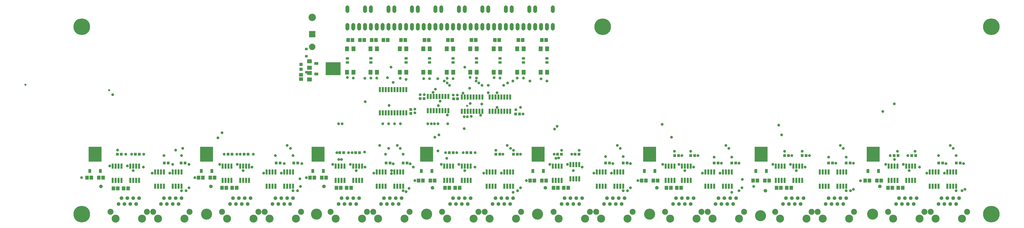
<source format=gbr>
G04 EAGLE Gerber RS-274X export*
G75*
%MOMM*%
%FSLAX34Y34*%
%LPD*%
%INSoldermask Top*%
%IPPOS*%
%AMOC8*
5,1,8,0,0,1.08239X$1,22.5*%
G01*
G04 Define Apertures*
%ADD10C,7.188200*%
%ADD11C,4.775200*%
%ADD12C,1.611200*%
%ADD13C,3.454400*%
%ADD14C,2.603200*%
%ADD15R,1.303200X1.203200*%
%ADD16C,1.727200*%
%ADD17R,1.403200X1.003200*%
%ADD18R,1.503200X1.703200*%
%ADD19R,1.803200X2.003200*%
%ADD20P,2.96921X8X292.5*%
%ADD21R,2.743200X2.743200*%
%ADD22C,3.203200*%
%ADD23R,0.863600X2.235200*%
%ADD24R,1.203200X1.303200*%
%ADD25R,5.603200X6.403200*%
%ADD26R,1.203200X1.803200*%
%ADD27R,6.403200X5.603200*%
%ADD28R,1.803200X1.203200*%
%ADD29R,1.153200X1.103200*%
%ADD30R,1.403200X1.403200*%
%ADD31R,1.703200X1.503200*%
%ADD32R,2.003200X1.803200*%
%ADD33C,1.209600*%
%ADD34C,1.553200*%
%ADD35C,0.959600*%
D10*
X4032250Y95250D03*
X95250Y908050D03*
X4032250Y908050D03*
X2349500Y908050D03*
X95250Y95250D03*
D11*
X635000Y95250D03*
X1111250Y95250D03*
X1587500Y95250D03*
X2067560Y95250D03*
X2552700Y95250D03*
X3032760Y88900D03*
X3517900Y95250D03*
D12*
X292100Y165100D03*
X279400Y139700D03*
X266700Y165100D03*
X304800Y139700D03*
X254000Y139700D03*
X317500Y165100D03*
X330200Y139700D03*
X342900Y165100D03*
D13*
X241300Y76200D03*
X355600Y76200D03*
D14*
X219700Y105700D03*
X377200Y105700D03*
D15*
X266310Y355600D03*
X249310Y355600D03*
D16*
X1244600Y900430D02*
X1244600Y915670D01*
X1270000Y915670D02*
X1270000Y900430D01*
X1295400Y900430D02*
X1295400Y915670D01*
X1320800Y915670D02*
X1320800Y900430D01*
X1320800Y976630D02*
X1320800Y991870D01*
X1244600Y991870D02*
X1244600Y976630D01*
X1447800Y915670D02*
X1447800Y900430D01*
X1473200Y900430D02*
X1473200Y915670D01*
X1498600Y915670D02*
X1498600Y900430D01*
X1524000Y900430D02*
X1524000Y915670D01*
X1524000Y976630D02*
X1524000Y991870D01*
X1447800Y991870D02*
X1447800Y976630D01*
D17*
X1244600Y771000D03*
X1244600Y753000D03*
D18*
X1247800Y850900D03*
X1266800Y850900D03*
D19*
X1243300Y711200D03*
X1271300Y711200D03*
X1243300Y812800D03*
X1271300Y812800D03*
D18*
X1298600Y850900D03*
X1317600Y850900D03*
D17*
X1498600Y771000D03*
X1498600Y753000D03*
D18*
X1495400Y850900D03*
X1476400Y850900D03*
D19*
X1499900Y711200D03*
X1471900Y711200D03*
X1499900Y812800D03*
X1471900Y812800D03*
D15*
X1972700Y529590D03*
X1989700Y529590D03*
X452510Y317500D03*
X469510Y317500D03*
D18*
X276250Y207010D03*
X295250Y207010D03*
X231800Y207010D03*
X250800Y207010D03*
D16*
X1346200Y900430D02*
X1346200Y915670D01*
X1371600Y915670D02*
X1371600Y900430D01*
X1397000Y900430D02*
X1397000Y915670D01*
X1422400Y915670D02*
X1422400Y900430D01*
X1422400Y976630D02*
X1422400Y991870D01*
X1346200Y991870D02*
X1346200Y976630D01*
D17*
X1346200Y771000D03*
X1346200Y753000D03*
D18*
X1349400Y850900D03*
X1368400Y850900D03*
D19*
X1344900Y711200D03*
X1372900Y711200D03*
X1344900Y812800D03*
X1372900Y812800D03*
D18*
X1400200Y850900D03*
X1419200Y850900D03*
D16*
X1549400Y900430D02*
X1549400Y915670D01*
X1574800Y915670D02*
X1574800Y900430D01*
X1600200Y900430D02*
X1600200Y915670D01*
X1625600Y915670D02*
X1625600Y900430D01*
X1625600Y976630D02*
X1625600Y991870D01*
X1549400Y991870D02*
X1549400Y976630D01*
D17*
X1600200Y771000D03*
X1600200Y753000D03*
D18*
X1597000Y850900D03*
X1578000Y850900D03*
D19*
X1601500Y711200D03*
X1573500Y711200D03*
X1601500Y812800D03*
X1573500Y812800D03*
D16*
X1651000Y900430D02*
X1651000Y915670D01*
X1676400Y915670D02*
X1676400Y900430D01*
X1701800Y900430D02*
X1701800Y915670D01*
X1727200Y915670D02*
X1727200Y900430D01*
X1727200Y976630D02*
X1727200Y991870D01*
X1651000Y991870D02*
X1651000Y976630D01*
D17*
X1701800Y771000D03*
X1701800Y753000D03*
D18*
X1698600Y850900D03*
X1679600Y850900D03*
D19*
X1703100Y711200D03*
X1675100Y711200D03*
X1703100Y812800D03*
X1675100Y812800D03*
D16*
X1854200Y900430D02*
X1854200Y915670D01*
X1879600Y915670D02*
X1879600Y900430D01*
X1905000Y900430D02*
X1905000Y915670D01*
X1930400Y915670D02*
X1930400Y900430D01*
X1930400Y976630D02*
X1930400Y991870D01*
X1854200Y991870D02*
X1854200Y976630D01*
D17*
X1905000Y771000D03*
X1905000Y753000D03*
D18*
X1901800Y850900D03*
X1882800Y850900D03*
D19*
X1906300Y711200D03*
X1878300Y711200D03*
X1906300Y812800D03*
X1878300Y812800D03*
D16*
X1955800Y900430D02*
X1955800Y915670D01*
X1981200Y915670D02*
X1981200Y900430D01*
X2006600Y900430D02*
X2006600Y915670D01*
X2032000Y915670D02*
X2032000Y900430D01*
X2032000Y976630D02*
X2032000Y991870D01*
X1955800Y991870D02*
X1955800Y976630D01*
D17*
X2006600Y771000D03*
X2006600Y753000D03*
D18*
X2003400Y850900D03*
X1984400Y850900D03*
D19*
X2007900Y711200D03*
X1979900Y711200D03*
X2007900Y812800D03*
X1979900Y812800D03*
D16*
X1752600Y900430D02*
X1752600Y915670D01*
X1778000Y915670D02*
X1778000Y900430D01*
X1803400Y900430D02*
X1803400Y915670D01*
X1828800Y915670D02*
X1828800Y900430D01*
X1828800Y976630D02*
X1828800Y991870D01*
X1752600Y991870D02*
X1752600Y976630D01*
D17*
X1803400Y771000D03*
X1803400Y753000D03*
D18*
X1800200Y850900D03*
X1781200Y850900D03*
D19*
X1804700Y711200D03*
X1776700Y711200D03*
X1804700Y812800D03*
X1776700Y812800D03*
D16*
X2057400Y900430D02*
X2057400Y915670D01*
X2082800Y915670D02*
X2082800Y900430D01*
X2108200Y900430D02*
X2108200Y915670D01*
X2133600Y915670D02*
X2133600Y900430D01*
X2133600Y976630D02*
X2133600Y991870D01*
X2057400Y991870D02*
X2057400Y976630D01*
D17*
X2108200Y771000D03*
X2108200Y753000D03*
D18*
X2105000Y850900D03*
X2086000Y850900D03*
D19*
X2109500Y711200D03*
X2081500Y711200D03*
X2109500Y812800D03*
X2081500Y812800D03*
D20*
X1092200Y821182D03*
D21*
X1092200Y876300D03*
D22*
X1092200Y949300D03*
D12*
X774700Y165100D03*
X762000Y139700D03*
X749300Y165100D03*
X787400Y139700D03*
X736600Y139700D03*
X800100Y165100D03*
X812800Y139700D03*
X825500Y165100D03*
D13*
X723900Y76200D03*
X838200Y76200D03*
D14*
X702300Y105700D03*
X859800Y105700D03*
D15*
X936380Y317500D03*
X953380Y317500D03*
X1012580Y317500D03*
X1029580Y317500D03*
D18*
X701700Y209550D03*
X720700Y209550D03*
X746150Y209550D03*
X765150Y209550D03*
D12*
X1428750Y165100D03*
X1416050Y139700D03*
X1403350Y165100D03*
X1441450Y139700D03*
X1390650Y139700D03*
X1454150Y165100D03*
X1466850Y139700D03*
X1479550Y165100D03*
D13*
X1377950Y76200D03*
X1492250Y76200D03*
D14*
X1356350Y105700D03*
X1513850Y105700D03*
D12*
X1244600Y165100D03*
X1231900Y139700D03*
X1219200Y165100D03*
X1257300Y139700D03*
X1206500Y139700D03*
X1270000Y165100D03*
X1282700Y139700D03*
X1295400Y165100D03*
D13*
X1193800Y76200D03*
X1308100Y76200D03*
D14*
X1172200Y105700D03*
X1329700Y105700D03*
D15*
X1412630Y317500D03*
X1429630Y317500D03*
X1228970Y361950D03*
X1211970Y361950D03*
D18*
X1197000Y209550D03*
X1216000Y209550D03*
X1241450Y209550D03*
X1260450Y209550D03*
D12*
X1911350Y165100D03*
X1898650Y139700D03*
X1885950Y165100D03*
X1924050Y139700D03*
X1873250Y139700D03*
X1936750Y165100D03*
X1949450Y139700D03*
X1962150Y165100D03*
D13*
X1860550Y76200D03*
X1974850Y76200D03*
D14*
X1838950Y105700D03*
X1996450Y105700D03*
D12*
X1727200Y165100D03*
X1714500Y139700D03*
X1701800Y165100D03*
X1739900Y139700D03*
X1689100Y139700D03*
X1752600Y165100D03*
X1765300Y139700D03*
X1778000Y165100D03*
D13*
X1676400Y76200D03*
X1790700Y76200D03*
D14*
X1654800Y105700D03*
X1812300Y105700D03*
D15*
X1778880Y361950D03*
X1761880Y361950D03*
X1963810Y355600D03*
X1980810Y355600D03*
D18*
X1666900Y209550D03*
X1685900Y209550D03*
X1711350Y209550D03*
X1730350Y209550D03*
D12*
X2393950Y165100D03*
X2381250Y139700D03*
X2368550Y165100D03*
X2406650Y139700D03*
X2355850Y139700D03*
X2419350Y165100D03*
X2432050Y139700D03*
X2444750Y165100D03*
D13*
X2343150Y76200D03*
X2457450Y76200D03*
D14*
X2321550Y105700D03*
X2479050Y105700D03*
D12*
X2209800Y165100D03*
X2197100Y139700D03*
X2184400Y165100D03*
X2222500Y139700D03*
X2171700Y139700D03*
X2235200Y165100D03*
X2247900Y139700D03*
X2260600Y165100D03*
D13*
X2159000Y76200D03*
X2273300Y76200D03*
D14*
X2137400Y105700D03*
X2294900Y105700D03*
D15*
X2247510Y355600D03*
X2230510Y355600D03*
X2362590Y317500D03*
X2379590Y317500D03*
D18*
X2136800Y209550D03*
X2155800Y209550D03*
X2181250Y209550D03*
X2200250Y209550D03*
D12*
X2876550Y165100D03*
X2863850Y139700D03*
X2851150Y165100D03*
X2889250Y139700D03*
X2838450Y139700D03*
X2901950Y165100D03*
X2914650Y139700D03*
X2927350Y165100D03*
D13*
X2825750Y76200D03*
X2940050Y76200D03*
D14*
X2804150Y105700D03*
X2961650Y105700D03*
D12*
X2692400Y165100D03*
X2679700Y139700D03*
X2667000Y165100D03*
X2705100Y139700D03*
X2654300Y139700D03*
X2717800Y165100D03*
X2730500Y139700D03*
X2743200Y165100D03*
D13*
X2641600Y76200D03*
X2755900Y76200D03*
D14*
X2620000Y105700D03*
X2777500Y105700D03*
D15*
X2730890Y349250D03*
X2747890Y349250D03*
X2832490Y317500D03*
X2849490Y317500D03*
D18*
X2625750Y209550D03*
X2644750Y209550D03*
X2670200Y209550D03*
X2689200Y209550D03*
D12*
X3352800Y165100D03*
X3340100Y139700D03*
X3327400Y165100D03*
X3365500Y139700D03*
X3314700Y139700D03*
X3378200Y165100D03*
X3390900Y139700D03*
X3403600Y165100D03*
D13*
X3302000Y76200D03*
X3416300Y76200D03*
D14*
X3280400Y105700D03*
X3437900Y105700D03*
D12*
X3168650Y165100D03*
X3155950Y139700D03*
X3143250Y165100D03*
X3181350Y139700D03*
X3130550Y139700D03*
X3194050Y165100D03*
X3206750Y139700D03*
X3219450Y165100D03*
D13*
X3117850Y76200D03*
X3232150Y76200D03*
D14*
X3096250Y105700D03*
X3253750Y105700D03*
D15*
X3213490Y349250D03*
X3230490Y349250D03*
X3327790Y317500D03*
X3344790Y317500D03*
D18*
X3102000Y209550D03*
X3121000Y209550D03*
X3146450Y209550D03*
X3165450Y209550D03*
D12*
X3841750Y165100D03*
X3829050Y139700D03*
X3816350Y165100D03*
X3854450Y139700D03*
X3803650Y139700D03*
X3867150Y165100D03*
X3879850Y139700D03*
X3892550Y165100D03*
D13*
X3790950Y76200D03*
X3905250Y76200D03*
D14*
X3769350Y105700D03*
X3926850Y105700D03*
D12*
X3657600Y165100D03*
X3644900Y139700D03*
X3632200Y165100D03*
X3670300Y139700D03*
X3619500Y139700D03*
X3683000Y165100D03*
X3695700Y139700D03*
X3708400Y165100D03*
D13*
X3606800Y76200D03*
X3721100Y76200D03*
D14*
X3585200Y105700D03*
X3742700Y105700D03*
D15*
X3704200Y349250D03*
X3687200Y349250D03*
X3804040Y317500D03*
X3821040Y317500D03*
D18*
X3584600Y209550D03*
X3603600Y209550D03*
X3629050Y209550D03*
X3648050Y209550D03*
D23*
X1499870Y635762D03*
X1487170Y635762D03*
X1474470Y635762D03*
X1461770Y635762D03*
X1449070Y635762D03*
X1436370Y635762D03*
X1423670Y635762D03*
X1410970Y635762D03*
X1410970Y535178D03*
X1423670Y535178D03*
X1436370Y535178D03*
X1449070Y535178D03*
X1461770Y535178D03*
X1474470Y535178D03*
X1487170Y535178D03*
X1499870Y535178D03*
X1398270Y635762D03*
X1385570Y635762D03*
X1398270Y535178D03*
X1385570Y535178D03*
D24*
X1518920Y532520D03*
X1518920Y549520D03*
D25*
X152400Y355200D03*
D26*
X129600Y282200D03*
X175200Y282200D03*
D18*
X187300Y254000D03*
X168300Y254000D03*
X117500Y254000D03*
X136500Y254000D03*
D25*
X635000Y355200D03*
D26*
X612200Y282200D03*
X657800Y282200D03*
D18*
X669900Y254000D03*
X650900Y254000D03*
X600100Y254000D03*
X619100Y254000D03*
D25*
X1117600Y355200D03*
D26*
X1094800Y282200D03*
X1140400Y282200D03*
D18*
X1152500Y254000D03*
X1133500Y254000D03*
X1082700Y254000D03*
X1101700Y254000D03*
D25*
X1587500Y355200D03*
D26*
X1564700Y282200D03*
X1610300Y282200D03*
D18*
X1622400Y241300D03*
X1603400Y241300D03*
X1552600Y241300D03*
X1571600Y241300D03*
D25*
X2070100Y355200D03*
D26*
X2047300Y282200D03*
X2092900Y282200D03*
D18*
X2105000Y241300D03*
X2086000Y241300D03*
X2035200Y241300D03*
X2054200Y241300D03*
D25*
X2552700Y355200D03*
D26*
X2529900Y282200D03*
X2575500Y282200D03*
D18*
X2587600Y241300D03*
X2568600Y241300D03*
X2517800Y241300D03*
X2536800Y241300D03*
D25*
X3035300Y355200D03*
D26*
X3012500Y282200D03*
X3058100Y282200D03*
D18*
X3070200Y241300D03*
X3051200Y241300D03*
X3000400Y241300D03*
X3019400Y241300D03*
D25*
X3520440Y355200D03*
D26*
X3497640Y282200D03*
X3543240Y282200D03*
D18*
X3555340Y241300D03*
X3536340Y241300D03*
X3485540Y241300D03*
X3504540Y241300D03*
D27*
X1183240Y726440D03*
D28*
X1110240Y749240D03*
X1110240Y703640D03*
D12*
X476250Y165100D03*
X463550Y139700D03*
X450850Y165100D03*
X488950Y139700D03*
X438150Y139700D03*
X501650Y165100D03*
X514350Y139700D03*
X527050Y165100D03*
D13*
X425450Y76200D03*
X539750Y76200D03*
D14*
X403850Y105700D03*
X561350Y105700D03*
D15*
X524900Y317500D03*
X541900Y317500D03*
D23*
X450850Y278384D03*
X450850Y216916D03*
X438150Y278384D03*
X425450Y278384D03*
X438150Y216916D03*
X425450Y216916D03*
X412750Y278384D03*
X412750Y216916D03*
X527050Y278384D03*
X527050Y216916D03*
X514350Y278384D03*
X501650Y278384D03*
X514350Y216916D03*
X501650Y216916D03*
X488950Y278384D03*
X488950Y216916D03*
X342900Y303784D03*
X342900Y242316D03*
X330200Y303784D03*
X317500Y303784D03*
X330200Y242316D03*
X317500Y242316D03*
X304800Y303784D03*
X304800Y242316D03*
X266700Y303784D03*
X266700Y242316D03*
X254000Y303784D03*
X241300Y303784D03*
X254000Y242316D03*
X241300Y242316D03*
X228600Y303784D03*
X228600Y242316D03*
D15*
X343780Y355600D03*
X326780Y355600D03*
D12*
X958850Y165100D03*
X946150Y139700D03*
X933450Y165100D03*
X971550Y139700D03*
X920750Y139700D03*
X984250Y165100D03*
X996950Y139700D03*
X1009650Y165100D03*
D13*
X908050Y76200D03*
X1022350Y76200D03*
D14*
X886450Y105700D03*
X1043950Y105700D03*
D23*
X933450Y278384D03*
X933450Y216916D03*
X920750Y278384D03*
X908050Y278384D03*
X920750Y216916D03*
X908050Y216916D03*
X895350Y278384D03*
X895350Y216916D03*
X1009650Y278384D03*
X1009650Y216916D03*
X996950Y278384D03*
X984250Y278384D03*
X996950Y216916D03*
X984250Y216916D03*
X971550Y278384D03*
X971550Y216916D03*
X819150Y303784D03*
X819150Y242316D03*
X806450Y303784D03*
X793750Y303784D03*
X806450Y242316D03*
X793750Y242316D03*
X781050Y303784D03*
X781050Y242316D03*
X742950Y303784D03*
X742950Y242316D03*
X730250Y303784D03*
X717550Y303784D03*
X730250Y242316D03*
X717550Y242316D03*
X704850Y303784D03*
X704850Y242316D03*
D15*
X745100Y355600D03*
X728100Y355600D03*
X814950Y355600D03*
X797950Y355600D03*
D23*
X1409700Y278384D03*
X1409700Y216916D03*
X1397000Y278384D03*
X1384300Y278384D03*
X1397000Y216916D03*
X1384300Y216916D03*
X1371600Y278384D03*
X1371600Y216916D03*
X1485900Y278384D03*
X1485900Y216916D03*
X1473200Y278384D03*
X1460500Y278384D03*
X1473200Y216916D03*
X1460500Y216916D03*
X1447800Y278384D03*
X1447800Y216916D03*
X1308100Y303784D03*
X1308100Y242316D03*
X1295400Y303784D03*
X1282700Y303784D03*
X1295400Y242316D03*
X1282700Y242316D03*
X1270000Y303784D03*
X1270000Y242316D03*
X1231900Y303784D03*
X1231900Y242316D03*
X1219200Y303784D03*
X1206500Y303784D03*
X1219200Y242316D03*
X1206500Y242316D03*
X1193800Y303784D03*
X1193800Y242316D03*
D15*
X1297550Y361950D03*
X1280550Y361950D03*
X1486290Y317500D03*
X1503290Y317500D03*
D23*
X1885950Y278384D03*
X1885950Y216916D03*
X1873250Y278384D03*
X1860550Y278384D03*
X1873250Y216916D03*
X1860550Y216916D03*
X1847850Y278384D03*
X1847850Y216916D03*
X1962150Y278384D03*
X1962150Y216916D03*
X1949450Y278384D03*
X1936750Y278384D03*
X1949450Y216916D03*
X1936750Y216916D03*
X1924050Y278384D03*
X1924050Y216916D03*
X1778000Y303784D03*
X1778000Y242316D03*
X1765300Y303784D03*
X1752600Y303784D03*
X1765300Y242316D03*
X1752600Y242316D03*
X1739900Y303784D03*
X1739900Y242316D03*
X1701800Y303784D03*
X1701800Y242316D03*
X1689100Y303784D03*
X1676400Y303784D03*
X1689100Y242316D03*
X1676400Y242316D03*
X1663700Y303784D03*
X1663700Y242316D03*
D15*
X1702680Y361950D03*
X1685680Y361950D03*
X1887610Y355600D03*
X1904610Y355600D03*
X2438790Y317500D03*
X2455790Y317500D03*
X2171310Y355600D03*
X2154310Y355600D03*
D23*
X2362200Y278384D03*
X2362200Y216916D03*
X2349500Y278384D03*
X2336800Y278384D03*
X2349500Y216916D03*
X2336800Y216916D03*
X2324100Y278384D03*
X2324100Y216916D03*
X2438400Y278384D03*
X2438400Y216916D03*
X2425700Y278384D03*
X2413000Y278384D03*
X2425700Y216916D03*
X2413000Y216916D03*
X2400300Y278384D03*
X2400300Y216916D03*
X2247900Y310134D03*
X2247900Y248666D03*
X2235200Y310134D03*
X2222500Y310134D03*
X2235200Y248666D03*
X2222500Y248666D03*
X2209800Y310134D03*
X2209800Y248666D03*
X2171700Y303784D03*
X2171700Y242316D03*
X2159000Y303784D03*
X2146300Y303784D03*
X2159000Y242316D03*
X2146300Y242316D03*
X2133600Y303784D03*
X2133600Y242316D03*
D15*
X2908690Y317500D03*
X2925690Y317500D03*
X2661040Y349250D03*
X2678040Y349250D03*
D23*
X2832100Y278384D03*
X2832100Y216916D03*
X2819400Y278384D03*
X2806700Y278384D03*
X2819400Y216916D03*
X2806700Y216916D03*
X2794000Y278384D03*
X2794000Y216916D03*
X2908300Y278384D03*
X2908300Y216916D03*
X2895600Y278384D03*
X2882900Y278384D03*
X2895600Y216916D03*
X2882900Y216916D03*
X2870200Y278384D03*
X2870200Y216916D03*
X2730500Y303784D03*
X2730500Y242316D03*
X2717800Y303784D03*
X2705100Y303784D03*
X2717800Y242316D03*
X2705100Y242316D03*
X2692400Y303784D03*
X2692400Y242316D03*
X2660650Y303784D03*
X2660650Y242316D03*
X2647950Y303784D03*
X2635250Y303784D03*
X2647950Y242316D03*
X2635250Y242316D03*
X2622550Y303784D03*
X2622550Y242316D03*
D15*
X3403990Y317500D03*
X3420990Y317500D03*
X3137290Y349250D03*
X3154290Y349250D03*
D23*
X3327400Y278384D03*
X3327400Y216916D03*
X3314700Y278384D03*
X3302000Y278384D03*
X3314700Y216916D03*
X3302000Y216916D03*
X3289300Y278384D03*
X3289300Y216916D03*
X3403600Y278384D03*
X3403600Y216916D03*
X3390900Y278384D03*
X3378200Y278384D03*
X3390900Y216916D03*
X3378200Y216916D03*
X3365500Y278384D03*
X3365500Y216916D03*
X3213100Y303784D03*
X3213100Y242316D03*
X3200400Y303784D03*
X3187700Y303784D03*
X3200400Y242316D03*
X3187700Y242316D03*
X3175000Y303784D03*
X3175000Y242316D03*
X3136900Y303784D03*
X3136900Y242316D03*
X3124200Y303784D03*
X3111500Y303784D03*
X3124200Y242316D03*
X3111500Y242316D03*
X3098800Y303784D03*
X3098800Y242316D03*
D15*
X3880240Y317500D03*
X3897240Y317500D03*
X3628000Y349250D03*
X3611000Y349250D03*
D23*
X3803650Y278384D03*
X3803650Y216916D03*
X3790950Y278384D03*
X3778250Y278384D03*
X3790950Y216916D03*
X3778250Y216916D03*
X3765550Y278384D03*
X3765550Y216916D03*
X3879850Y278384D03*
X3879850Y216916D03*
X3867150Y278384D03*
X3854450Y278384D03*
X3867150Y216916D03*
X3854450Y216916D03*
X3841750Y278384D03*
X3841750Y216916D03*
X3702050Y303784D03*
X3702050Y242316D03*
X3689350Y303784D03*
X3676650Y303784D03*
X3689350Y242316D03*
X3676650Y242316D03*
X3663950Y303784D03*
X3663950Y242316D03*
X3625850Y303784D03*
X3625850Y242316D03*
X3613150Y303784D03*
X3600450Y303784D03*
X3613150Y242316D03*
X3600450Y242316D03*
X3587750Y303784D03*
X3587750Y242316D03*
X1949450Y603504D03*
X1949450Y542036D03*
X1936750Y603504D03*
X1924050Y603504D03*
X1936750Y542036D03*
X1924050Y542036D03*
X1911350Y603504D03*
X1911350Y542036D03*
X1898650Y603504D03*
X1898650Y542036D03*
X1885950Y603504D03*
X1873250Y603504D03*
X1885950Y542036D03*
X1873250Y542036D03*
X1860550Y603504D03*
X1860550Y542036D03*
D15*
X1721730Y595630D03*
X1704730Y595630D03*
X1576950Y596900D03*
X1559950Y596900D03*
D29*
X1066800Y780290D03*
X1066800Y811790D03*
D30*
X1043940Y723560D03*
X1043940Y744560D03*
D31*
X1043940Y681380D03*
X1043940Y700380D03*
D23*
X1592580Y544576D03*
X1592580Y606044D03*
X1605280Y544576D03*
X1617980Y544576D03*
X1605280Y606044D03*
X1617980Y606044D03*
X1630680Y544576D03*
X1630680Y606044D03*
X1643380Y544576D03*
X1643380Y606044D03*
X1656080Y544576D03*
X1668780Y544576D03*
X1656080Y606044D03*
X1668780Y606044D03*
X1681480Y544576D03*
X1681480Y606044D03*
X1739900Y542036D03*
X1739900Y603504D03*
X1752600Y542036D03*
X1765300Y542036D03*
X1752600Y603504D03*
X1765300Y603504D03*
X1778000Y542036D03*
X1778000Y603504D03*
X1790700Y542036D03*
X1790700Y603504D03*
X1803400Y542036D03*
X1816100Y542036D03*
X1803400Y603504D03*
X1816100Y603504D03*
X1828800Y542036D03*
X1828800Y603504D03*
D32*
X1080770Y679420D03*
X1080770Y707420D03*
X1080770Y758220D03*
X1080770Y730220D03*
D33*
X1498600Y679450D03*
X1600200Y683260D03*
X1701800Y683260D03*
X1905000Y685800D03*
X2006600Y685800D03*
X2108200Y673100D03*
X1346200Y685800D03*
X1244600Y688340D03*
X1536700Y534670D03*
X1803400Y685800D03*
X1973580Y548640D03*
X1577340Y613410D03*
X1720850Y612140D03*
X1776730Y575310D03*
X1322070Y582930D03*
X1320165Y685165D03*
X361950Y299720D03*
X2743200Y299720D03*
X2260600Y299720D03*
X1797050Y299720D03*
X1320800Y299720D03*
X831850Y299720D03*
X3225800Y299720D03*
X3721100Y299720D03*
X1474470Y487680D03*
X1530350Y299720D03*
X2082800Y681990D03*
X1979930Y685800D03*
X1676400Y684530D03*
X1574800Y683260D03*
X1473200Y684530D03*
X1371600Y685800D03*
X1270000Y685800D03*
X1775460Y688340D03*
X250190Y373380D03*
X1536700Y551180D03*
X2005330Y529590D03*
X2954020Y246380D03*
X1038860Y248920D03*
X488950Y311150D03*
X558800Y311150D03*
X400050Y273050D03*
X476250Y273050D03*
X215900Y304800D03*
X311150Y355600D03*
X292100Y304800D03*
X711200Y355600D03*
X692150Y311150D03*
X781050Y355600D03*
X768350Y311150D03*
X882650Y273050D03*
X958850Y273050D03*
X971550Y314960D03*
X1047750Y314960D03*
X1181100Y311150D03*
X1198880Y361950D03*
X1264920Y361950D03*
X1257300Y311150D03*
X1442720Y313690D03*
X1358900Y273050D03*
X1435100Y271780D03*
X1516380Y313690D03*
X546100Y196850D03*
X1028700Y196850D03*
X1498600Y193040D03*
X1651000Y311150D03*
X1670050Y361950D03*
X1727200Y311150D03*
X1746250Y361950D03*
X1835150Y273050D03*
X1911350Y273050D03*
X1981200Y196850D03*
X1993900Y355600D03*
X1917700Y355600D03*
X2120900Y311150D03*
X2197100Y311150D03*
X2139950Y355600D03*
X2216150Y355600D03*
X2311400Y273050D03*
X2387600Y273050D03*
X2470150Y314960D03*
X2393950Y314960D03*
X2457450Y196850D03*
X2692400Y349250D03*
X2762250Y349250D03*
X2781300Y273050D03*
X2857500Y273050D03*
X2863850Y316230D03*
X2940050Y316230D03*
X2940050Y196850D03*
X2679700Y311150D03*
X2609850Y311150D03*
X3244850Y349250D03*
X3168650Y349250D03*
X3086100Y311150D03*
X3162300Y311150D03*
X3422650Y196850D03*
X3359150Y316230D03*
X3435350Y316230D03*
X3594100Y349250D03*
X3575050Y311150D03*
X3651250Y311150D03*
X3670300Y349250D03*
X3905250Y196850D03*
X3835400Y314960D03*
X3911600Y314960D03*
X3829050Y273050D03*
X3752850Y273050D03*
X1854200Y622300D03*
X1892300Y622300D03*
X1703070Y612140D03*
X1559560Y613410D03*
X1677670Y525780D03*
X1821180Y524510D03*
X1066800Y711200D03*
X1950720Y381000D03*
X1473200Y381000D03*
X532130Y381000D03*
X2895600Y381000D03*
X3390900Y381000D03*
X3867150Y381000D03*
X2425700Y381000D03*
X998220Y381000D03*
X1423670Y487680D03*
X1423670Y381000D03*
X1892300Y558800D03*
X1993900Y558800D03*
X317500Y284480D03*
X793750Y284480D03*
X2705100Y284480D03*
X2222500Y284480D03*
X1752600Y284480D03*
X1282700Y284480D03*
X3187700Y284480D03*
X3676650Y284480D03*
X1449070Y487680D03*
X1436370Y284480D03*
X1638300Y566420D03*
X1424940Y566976D03*
X1418590Y687070D03*
X1635760Y683260D03*
X1442720Y666750D03*
X1433830Y732790D03*
X1752600Y732790D03*
X2034540Y673100D03*
X1802130Y673100D03*
X1663700Y673100D03*
X1960880Y673100D03*
X1938020Y664210D03*
X1676400Y664210D03*
X1813560Y664210D03*
X1854200Y654050D03*
X1921510Y654050D03*
X1686560Y654050D03*
X1827530Y654050D03*
X1879600Y687070D03*
X3465830Y240030D03*
X93980Y254000D03*
X584200Y254000D03*
X1066800Y254000D03*
X1536700Y241300D03*
X2019300Y241300D03*
X2501900Y241300D03*
X3003550Y215900D03*
X450850Y349250D03*
X558800Y209550D03*
X527050Y349250D03*
D34*
X177800Y215900D03*
D33*
X285360Y355600D03*
X363220Y355600D03*
D34*
X654050Y215900D03*
D33*
X766690Y355600D03*
X837810Y355600D03*
X933450Y349250D03*
X1009650Y349250D03*
X1041400Y215900D03*
D34*
X1143000Y215900D03*
D33*
X1511300Y207010D03*
X1485900Y355600D03*
X1409700Y355600D03*
X1319530Y364490D03*
X1249680Y361950D03*
X1717920Y361950D03*
X1797930Y361950D03*
X1993900Y209550D03*
D34*
X1612900Y209550D03*
D33*
X1963810Y372110D03*
X1887610Y372110D03*
D34*
X2101850Y209550D03*
D33*
X2171700Y372110D03*
X2247900Y372110D03*
X2470150Y209550D03*
X2438400Y345440D03*
X2362200Y345440D03*
D34*
X2584450Y209550D03*
D33*
X2660650Y368300D03*
X2730500Y368300D03*
X2908300Y342900D03*
X2832100Y342900D03*
X2952750Y209550D03*
D34*
X3054350Y196850D03*
D33*
X3213100Y368300D03*
X3136900Y368300D03*
X3435350Y203200D03*
X3327400Y342900D03*
X3403600Y342900D03*
X1936750Y393700D03*
X2413000Y393700D03*
X1460500Y393700D03*
X984250Y393700D03*
X501650Y373380D03*
X2882900Y393700D03*
X3378200Y393700D03*
X3854450Y393700D03*
X1398270Y487680D03*
X1384300Y393700D03*
X527050Y196850D03*
X1009650Y196850D03*
X1485900Y196850D03*
X1962150Y190500D03*
X2438400Y196850D03*
X2908300Y190500D03*
X3403600Y196850D03*
X3879850Y196850D03*
X3917950Y203200D03*
D34*
X3549650Y215900D03*
D33*
X3625850Y368300D03*
X3702050Y368300D03*
X3879850Y349250D03*
X3803650Y349250D03*
X1625600Y637382D03*
X228600Y613410D03*
X1774190Y641350D03*
D35*
X213182Y633552D03*
D33*
X702310Y448310D03*
X1615440Y623714D03*
X684530Y426720D03*
D35*
X1762760Y565150D03*
D33*
X1219200Y332740D03*
X1221740Y487680D03*
X1744872Y620714D03*
X1207104Y332740D03*
X1206500Y487680D03*
X1637030Y369570D03*
X1592580Y487680D03*
X1674952Y337642D03*
X1678940Y487680D03*
X2159000Y339090D03*
X2152650Y476250D03*
X1607820Y487680D03*
X2146904Y337820D03*
X2141220Y464820D03*
X1750060Y466090D03*
X1750060Y518160D03*
X2647950Y429260D03*
X1623060Y429260D03*
X1621790Y487680D03*
X2607310Y485140D03*
X1764030Y518160D03*
X3124200Y439420D03*
X1637030Y487680D03*
X1640840Y439420D03*
X3111500Y481330D03*
X1780540Y519430D03*
X1645920Y585470D03*
X3611880Y574040D03*
X3613150Y332740D03*
X3562350Y541020D03*
X1826260Y572770D03*
D35*
X-148590Y656590D03*
M02*

</source>
